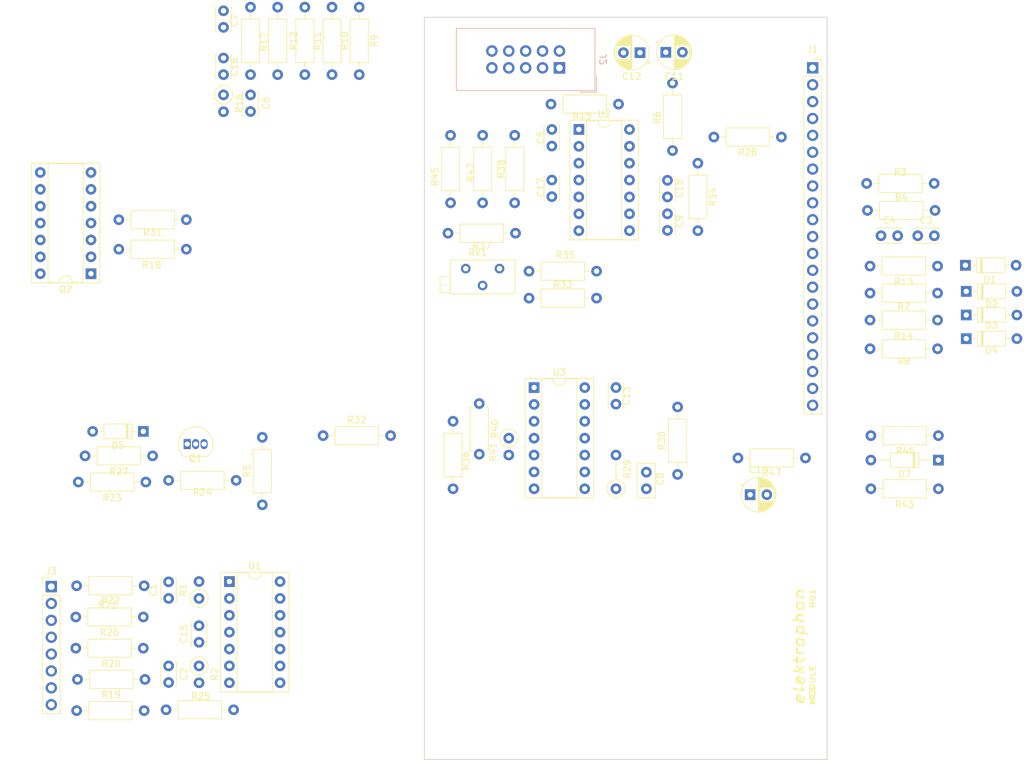
<source format=kicad_pcb>
(kicad_pcb (version 20171130) (host pcbnew "(5.1.4)-1")
  (title_block (title "Voltage Controlled Slope") (date 2019-12-01) (rev 01) (comment 1 "Original design by Ken Stone") (comment 2 "PCB for main circuit") (comment 4 "License CC BY 4.0 - Attribution 4.0 International"))
  (layers (0 F.Cu signal) (31 B.Cu signal hide) (34 B.Paste user) (35 F.Paste user) (36 B.SilkS user) (37 F.SilkS user) (38 B.Mask user) (39 F.Mask user) (44 Edge.Cuts user))
  (net 0 "")
  (net 1 /FALL_1)
  (net 2 /FALL)
  (net 3 /RISE_1)
  (net 4 /RISE)
  (net 5 /TRIGGER)
  (net 6 "Net-(C3-Pad1)")
  (net 7 /CYCLE_1)
  (net 8 "Net-(C4-Pad1)")
  (net 9 "Net-(C5-Pad2)")
  (net 10 "Net-(C5-Pad1)")
  (net 11 "Net-(C6-Pad2)")
  (net 12 "Net-(C6-Pad1)")
  (net 13 "Net-(C7-Pad2)")
  (net 14 "Net-(C7-Pad1)")
  (net 15 /NET_1)
  (net 16 "Net-(C8-Pad1)")
  (net 17 GND)
  (net 18 +15V)
  (net 19 -15V)
  (net 20 /AC_OUT)
  (net 21 /OUT)
  (net 22 "Net-(D1-Pad2)")
  (net 23 "Net-(D1-Pad1)")
  (net 24 /CYCLE_2)
  (net 25 "Net-(D3-Pad2)")
  (net 26 "Net-(D5-Pad1)")
  (net 27 "Net-(D7-Pad1)")
  (net 28 +5V)
  (net 29 /BIPOLAR_OUT)
  (net 30 /CV)
  (net 31 /RISE_RATE)
  (net 32 /RISE_2)
  (net 33 /FALL_RATE)
  (net 34 /FALL_2)
  (net 35 /IN)
  (net 36 "Net-(Q2-Pad2)")
  (net 37 TRIG)
  (net 38 "Net-(R15-Pad2)")
  (net 39 "Net-(R33-Pad2)")
  (net 40 "Net-(C8-Pad2)")
  (net 41 "Net-(C9-Pad1)")
  (net 42 "Net-(D5-Pad2)")
  (net 43 "Net-(Q1-Pad2)")
  (net 44 "Net-(Q2-Pad13)")
  (net 45 "Net-(Q2-Pad10)")
  (net 46 "Net-(Q2-Pad9)")
  (net 47 "Net-(R30-Pad2)")
  (net 48 "Net-(R33-Pad1)")
  (net 49 "Net-(R35-Pad1)")
  (net 50 "Net-(R37-Pad2)")
  (net 51 "Net-(R40-Pad2)")
  (net 52 "Net-(R40-Pad1)")
  (net 53 "Net-(R41-Pad2)")
  (net 54 "Net-(R45-Pad1)")
  (net 55 "Net-(U2-Pad13)")
  (net 56 "Net-(J1-Pad21)")
  (net 57 "Net-(J1-Pad20)")
  (net 58 "Net-(J1-Pad19)")
  (net 59 "Net-(J1-Pad18)")
  (net 60 "Net-(J1-Pad17)")
  (net 61 "Net-(J1-Pad16)")
  (net 62 "Net-(J1-Pad15)")
  (net 63 "Net-(J1-Pad14)")
  (net 64 "Net-(J1-Pad13)")
  (net 65 "Net-(U3-Pad5)")
  (module Connector_PinHeader_2.54mm:PinHeader_1x08_P2.54mm_Vertical (layer F.Cu) (at -30.734 111.125)
    (fp_text reference J3 (at 0 -2.33) (layer F.SilkS))
    (fp_text value Conn_01x08_Female)
    (pad 8 thru_hole oval (at 0 17.78) (size 1.7 1.7) (drill 1) (layers *.Cu *.Mask) (net 4 /RISE))
    (pad 7 thru_hole oval (at 0 15.24) (size 1.7 1.7) (drill 1) (layers *.Cu *.Mask) (net 33 /FALL_RATE))
    (pad 6 thru_hole oval (at 0 12.7) (size 1.7 1.7) (drill 1) (layers *.Cu *.Mask) (net 34 /FALL_2))
    (pad 5 thru_hole oval (at 0 10.16) (size 1.7 1.7) (drill 1) (layers *.Cu *.Mask) (net 2 /FALL))
    (pad 4 thru_hole oval (at 0 7.62) (size 1.7 1.7) (drill 1) (layers *.Cu *.Mask) (net 1 /FALL_1))
    (pad 3 thru_hole oval (at 0 5.08) (size 1.7 1.7) (drill 1) (layers *.Cu *.Mask) (net 3 /RISE_1))
    (pad 2 thru_hole oval (at 0 2.54) (size 1.7 1.7) (drill 1) (layers *.Cu *.Mask) (net 32 /RISE_2))
    (pad 1 thru_hole rect (at 0 0) (size 1.7 1.7) (drill 1) (layers *.Cu *.Mask) (net 31 /RISE_RATE))
  )
  (module Package_DIP:DIP-14_W7.62mm_Socket (layer F.Cu) (at 41.91 81.153)
    (fp_text reference U3 (at 3.81 -2.33) (layer F.SilkS))
    (fp_text value LM3900)
    (pad 14 thru_hole oval (at 7.62 0) (size 1.6 1.6) (drill 0.8) (layers *.Cu *.Mask) (net 18 +15V))
    (pad 7 thru_hole oval (at 0 15.24) (size 1.6 1.6) (drill 0.8) (layers *.Cu *.Mask) (net 18 +15V))
    (pad 13 thru_hole oval (at 7.62 2.54) (size 1.6 1.6) (drill 0.8) (layers *.Cu *.Mask) (net 23 "Net-(D1-Pad1)"))
    (pad 6 thru_hole oval (at 0 12.7) (size 1.6 1.6) (drill 0.8) (layers *.Cu *.Mask) (net 53 "Net-(R41-Pad2)"))
    (pad 12 thru_hole oval (at 7.62 5.08) (size 1.6 1.6) (drill 0.8) (layers *.Cu *.Mask) (net 48 "Net-(R33-Pad1)"))
    (pad 5 thru_hole oval (at 0 10.16) (size 1.6 1.6) (drill 0.8) (layers *.Cu *.Mask) (net 65 "Net-(U3-Pad5)"))
    (pad 11 thru_hole oval (at 7.62 7.62) (size 1.6 1.6) (drill 0.8) (layers *.Cu *.Mask) (net 47 "Net-(R30-Pad2)"))
    (pad 4 thru_hole oval (at 0 7.62) (size 1.6 1.6) (drill 0.8) (layers *.Cu *.Mask) (net 52 "Net-(R40-Pad1)"))
    (pad 10 thru_hole oval (at 7.62 10.16) (size 1.6 1.6) (drill 0.8) (layers *.Cu *.Mask) (net 40 "Net-(C8-Pad2)"))
    (pad 3 thru_hole oval (at 0 5.08) (size 1.6 1.6) (drill 0.8) (layers *.Cu *.Mask) (net 49 "Net-(R35-Pad1)"))
    (pad 9 thru_hole oval (at 7.62 12.7) (size 1.6 1.6) (drill 0.8) (layers *.Cu *.Mask) (net 37 TRIG))
    (pad 2 thru_hole oval (at 0 2.54) (size 1.6 1.6) (drill 0.8) (layers *.Cu *.Mask) (net 51 "Net-(R40-Pad2)"))
    (pad 8 thru_hole oval (at 7.62 15.24) (size 1.6 1.6) (drill 0.8) (layers *.Cu *.Mask) (net 16 "Net-(C8-Pad1)"))
    (pad 1 thru_hole rect (at 0 0) (size 1.6 1.6) (drill 0.8) (layers *.Cu *.Mask) (net 17 GND))
  )
  (module Package_DIP:DIP-14_W7.62mm_Socket (layer F.Cu) (at -24.765 64.008 180)
    (fp_text reference Q2 (at 3.81 -2.33) (layer F.SilkS))
    (fp_text value THAT340)
    (pad 14 thru_hole oval (at 7.62 0 180) (size 1.6 1.6) (drill 0.8) (layers *.Cu *.Mask) (net 41 "Net-(C9-Pad1)"))
    (pad 7 thru_hole oval (at 0 15.24 180) (size 1.6 1.6) (drill 0.8) (layers *.Cu *.Mask) (net 17 GND))
    (pad 13 thru_hole oval (at 7.62 2.54 180) (size 1.6 1.6) (drill 0.8) (layers *.Cu *.Mask) (net 44 "Net-(Q2-Pad13)"))
    (pad 6 thru_hole oval (at 0 12.7 180) (size 1.6 1.6) (drill 0.8) (layers *.Cu *.Mask) (net 44 "Net-(Q2-Pad13)"))
    (pad 12 thru_hole oval (at 7.62 5.08 180) (size 1.6 1.6) (drill 0.8) (layers *.Cu *.Mask) (net 45 "Net-(Q2-Pad10)"))
    (pad 5 thru_hole oval (at 0 10.16 180) (size 1.6 1.6) (drill 0.8) (layers *.Cu *.Mask) (net 45 "Net-(Q2-Pad10)"))
    (pad 11 thru_hole oval (at 7.62 7.62 180) (size 1.6 1.6) (drill 0.8) (layers *.Cu *.Mask) (net 17 GND))
    (pad 4 thru_hole oval (at 0 7.62 180) (size 1.6 1.6) (drill 0.8) (layers *.Cu *.Mask) (net 17 GND))
    (pad 10 thru_hole oval (at 7.62 10.16 180) (size 1.6 1.6) (drill 0.8) (layers *.Cu *.Mask) (net 45 "Net-(Q2-Pad10)"))
    (pad 3 thru_hole oval (at 0 5.08 180) (size 1.6 1.6) (drill 0.8) (layers *.Cu *.Mask) (net 45 "Net-(Q2-Pad10)"))
    (pad 9 thru_hole oval (at 7.62 12.7 180) (size 1.6 1.6) (drill 0.8) (layers *.Cu *.Mask) (net 46 "Net-(Q2-Pad9)"))
    (pad 2 thru_hole oval (at 0 2.54 180) (size 1.6 1.6) (drill 0.8) (layers *.Cu *.Mask) (net 36 "Net-(Q2-Pad2)"))
    (pad 8 thru_hole oval (at 7.62 15.24 180) (size 1.6 1.6) (drill 0.8) (layers *.Cu *.Mask) (net 41 "Net-(C9-Pad1)"))
    (pad 1 thru_hole rect (at 0 0 180) (size 1.6 1.6) (drill 0.8) (layers *.Cu *.Mask) (net 17 GND))
  )
  (module Potentiometer_THT:Potentiometer_Bourns_3296Z_Horizontal (layer F.Cu) (at 36.703 63.246)
    (fp_text reference RV1 (at -3.3 -2.4) (layer F.SilkS))
    (fp_text value 100k)
    (pad 3 thru_hole circle (at -5.08 0) (size 1.44 1.44) (drill 0.8) (layers *.Cu *.Mask) (net 21 /OUT))
    (pad 2 thru_hole circle (at -2.54 2.54) (size 1.44 1.44) (drill 0.8) (layers *.Cu *.Mask) (net 39 "Net-(R33-Pad2)"))
    (pad 1 thru_hole circle (at 0 0) (size 1.44 1.44) (drill 0.8) (layers *.Cu *.Mask) (net 17 GND))
  )
  (module Diode_THT:D_DO-35_SOD27_P10.16mm_Horizontal (layer F.Cu) (at 102.743 92.075 180)
    (fp_text reference D7 (at 5.08 -2.12) (layer F.SilkS))
    (fp_text value 5v5)
    (pad 2 thru_hole oval (at 10.16 0 180) (size 1.6 1.6) (drill 0.8) (layers *.Cu *.Mask) (net 17 GND))
    (pad 1 thru_hole rect (at 0 0 180) (size 1.6 1.6) (drill 0.8) (layers *.Cu *.Mask) (net 27 "Net-(D7-Pad1)"))
  )
  (module Connector_PinSocket_2.54mm:PinSocket_1x21_P2.54mm_Vertical (layer F.Cu) (at 83.82 33.02)
    (fp_text reference J1 (at 0 -2.77) (layer F.SilkS))
    (fp_text value Conn_01x21_Female hide)
    (pad 21 thru_hole oval (at 0 50.8) (size 1.7 1.7) (drill 1) (layers *.Cu *.Mask) (net 56 "Net-(J1-Pad21)"))
    (pad 20 thru_hole oval (at 0 48.26) (size 1.7 1.7) (drill 1) (layers *.Cu *.Mask) (net 57 "Net-(J1-Pad20)"))
    (pad 19 thru_hole oval (at 0 45.72) (size 1.7 1.7) (drill 1) (layers *.Cu *.Mask) (net 58 "Net-(J1-Pad19)"))
    (pad 18 thru_hole oval (at 0 43.18) (size 1.7 1.7) (drill 1) (layers *.Cu *.Mask) (net 59 "Net-(J1-Pad18)"))
    (pad 17 thru_hole oval (at 0 40.64) (size 1.7 1.7) (drill 1) (layers *.Cu *.Mask) (net 60 "Net-(J1-Pad17)"))
    (pad 16 thru_hole oval (at 0 38.1) (size 1.7 1.7) (drill 1) (layers *.Cu *.Mask) (net 61 "Net-(J1-Pad16)"))
    (pad 15 thru_hole oval (at 0 35.56) (size 1.7 1.7) (drill 1) (layers *.Cu *.Mask) (net 62 "Net-(J1-Pad15)"))
    (pad 14 thru_hole oval (at 0 33.02) (size 1.7 1.7) (drill 1) (layers *.Cu *.Mask) (net 63 "Net-(J1-Pad14)"))
    (pad 13 thru_hole oval (at 0 30.48) (size 1.7 1.7) (drill 1) (layers *.Cu *.Mask) (net 64 "Net-(J1-Pad13)"))
    (pad 12 thru_hole oval (at 0 27.94) (size 1.7 1.7) (drill 1) (layers *.Cu *.Mask) (net 5 /TRIGGER))
    (pad 11 thru_hole oval (at 0 25.4) (size 1.7 1.7) (drill 1) (layers *.Cu *.Mask) (net 7 /CYCLE_1))
    (pad 10 thru_hole oval (at 0 22.86) (size 1.7 1.7) (drill 1) (layers *.Cu *.Mask) (net 24 /CYCLE_2))
    (pad 9 thru_hole oval (at 0 20.32) (size 1.7 1.7) (drill 1) (layers *.Cu *.Mask) (net 20 /AC_OUT))
    (pad 8 thru_hole oval (at 0 17.78) (size 1.7 1.7) (drill 1) (layers *.Cu *.Mask) (net 21 /OUT))
    (pad 7 thru_hole oval (at 0 15.24) (size 1.7 1.7) (drill 1) (layers *.Cu *.Mask) (net 15 /NET_1))
    (pad 6 thru_hole oval (at 0 12.7) (size 1.7 1.7) (drill 1) (layers *.Cu *.Mask) (net 29 /BIPOLAR_OUT))
    (pad 5 thru_hole oval (at 0 10.16) (size 1.7 1.7) (drill 1) (layers *.Cu *.Mask) (net 30 /CV))
    (pad 4 thru_hole oval (at 0 7.62) (size 1.7 1.7) (drill 1) (layers *.Cu *.Mask) (net 35 /IN))
    (pad 3 thru_hole oval (at 0 5.08) (size 1.7 1.7) (drill 1) (layers *.Cu *.Mask) (net 19 -15V))
    (pad 2 thru_hole oval (at 0 2.54) (size 1.7 1.7) (drill 1) (layers *.Cu *.Mask) (net 18 +15V))
    (pad 1 thru_hole rect (at 0 0) (size 1.7 1.7) (drill 1) (layers *.Cu *.Mask) (net 17 GND))
  )
  (module "elektrophon:elektrophon logo" (layer F.Cu) (at 82.804 120.142 90)
    (fp_text reference REF** hide)
    (fp_text value "elektrophon logo" hide)
    (fp_text user MODULE (at -8.88 1 90) (layer F.SilkS) (effects (font (size 0.8 1)) (justify left)))
    (fp_text user R01 (at 8.8 1.02 90) (layer F.SilkS) (effects (font (size 0.8 1)) (justify right)))
    (fp_text user elektrophon (at 0 -1.016 90) (layer F.SilkS) (effects (font (size 1.5 2) (thickness 0.3) italic)))
    (fp_text user R01 (at 8.8 1.02 90) (layer F.SilkS) (effects (font (size 0.8 1)) (justify right)))
    (fp_text user MODULE (at -8.88 1 90) (layer F.SilkS) (effects (font (size 0.8 1)) (justify left)))
    (fp_text user elektrophon (at 0 -1.016 90) (layer F.SilkS) (effects (font (size 1.5 2) (thickness 0.3) italic)))
    (fp_text user VCS (at -8.88 1 90) (layer F.SilkS) (effects (font (size 0.8 1)) (justify left)))
  )
  (module Resistor_THT:R_Axial_DIN0207_L6.3mm_D2.5mm_P5.08mm_Vertical (layer F.Cu) (at 54.229 96.393 90)
    (fp_text reference R29 (at 2.9845 1.7145 90) (layer F.SilkS))
    (fp_text value 820k)
    (pad 2 thru_hole oval (at 5.08 0 90) (size 1.6 1.6) (drill 0.8) (layers *.Cu *.Mask) (net 40 "Net-(C8-Pad2)"))
    (pad 1 thru_hole circle (at 0 0 90) (size 1.6 1.6) (drill 0.8) (layers *.Cu *.Mask) (net 16 "Net-(C8-Pad1)"))
  )
  (module Resistor_THT:R_Axial_DIN0207_L6.3mm_D2.5mm_P7.62mm_Horizontal (layer F.Cu) (at 33.655 91.186 90)
    (fp_text reference R40 (at 3.81 2.3495 90) (layer F.SilkS))
    (fp_text value 1m)
    (pad 2 thru_hole oval (at 7.62 0 90) (size 1.6 1.6) (drill 0.8) (layers *.Cu *.Mask) (net 51 "Net-(R40-Pad2)"))
    (pad 1 thru_hole circle (at 0 0 90) (size 1.6 1.6) (drill 0.8) (layers *.Cu *.Mask) (net 52 "Net-(R40-Pad1)"))
  )
  (module Resistor_THT:R_Axial_DIN0207_L6.3mm_D2.5mm_P2.54mm_Vertical (layer F.Cu) (at 38.1 88.773 270)
    (fp_text reference R41 (at 2.0955 2.3495 90) (layer F.SilkS))
    (fp_text value 1m)
    (pad 2 thru_hole oval (at 2.54 0 270) (size 1.6 1.6) (drill 0.8) (layers *.Cu *.Mask) (net 53 "Net-(R41-Pad2)"))
    (pad 1 thru_hole circle (at 0 0 270) (size 1.6 1.6) (drill 0.8) (layers *.Cu *.Mask) (net 52 "Net-(R40-Pad1)"))
  )
  (module Resistor_THT:R_Axial_DIN0207_L6.3mm_D2.5mm_P2.54mm_Vertical (layer F.Cu) (at -4.826 37.084 270)
    (fp_text reference R16 (at 1.27 -2.37 90) (layer F.SilkS))
    (fp_text value 820k)
    (pad 2 thru_hole oval (at 2.54 0 270) (size 1.6 1.6) (drill 0.8) (layers *.Cu *.Mask) (net 11 "Net-(C6-Pad2)"))
    (pad 1 thru_hole circle (at 0 0 270) (size 1.6 1.6) (drill 0.8) (layers *.Cu *.Mask) (net 12 "Net-(C6-Pad1)"))
  )
  (module Resistor_THT:R_Axial_DIN0207_L6.3mm_D2.5mm_P2.54mm_Vertical (layer F.Cu) (at -8.509 123.063 270)
    (fp_text reference R2 (at 1.27 -2.37 90) (layer F.SilkS))
    (fp_text value 100k)
    (pad 2 thru_hole oval (at 2.54 0 270) (size 1.6 1.6) (drill 0.8) (layers *.Cu *.Mask) (net 3 /RISE_1))
    (pad 1 thru_hole circle (at 0 0 270) (size 1.6 1.6) (drill 0.8) (layers *.Cu *.Mask) (net 4 /RISE))
  )
  (module Resistor_THT:R_Axial_DIN0207_L6.3mm_D2.5mm_P2.54mm_Vertical (layer F.Cu) (at -8.509 112.903 90)
    (fp_text reference R1 (at 1.27 -2.37 90) (layer F.SilkS))
    (fp_text value 100k)
    (pad 2 thru_hole oval (at 2.54 0 90) (size 1.6 1.6) (drill 0.8) (layers *.Cu *.Mask) (net 1 /FALL_1))
    (pad 1 thru_hole circle (at 0 0 90) (size 1.6 1.6) (drill 0.8) (layers *.Cu *.Mask) (net 2 /FALL))
  )
  (module Package_DIP:DIP-14_W7.62mm_Socket (layer F.Cu) (at -3.937 110.363)
    (fp_text reference U1 (at 3.81 -2.33) (layer F.SilkS))
    (fp_text value TL074)
    (pad 14 thru_hole oval (at 7.62 0) (size 1.6 1.6) (drill 0.8) (layers *.Cu *.Mask) (net 13 "Net-(C7-Pad2)"))
    (pad 7 thru_hole oval (at 0 15.24) (size 1.6 1.6) (drill 0.8) (layers *.Cu *.Mask) (net 3 /RISE_1))
    (pad 13 thru_hole oval (at 7.62 2.54) (size 1.6 1.6) (drill 0.8) (layers *.Cu *.Mask) (net 14 "Net-(C7-Pad1)"))
    (pad 6 thru_hole oval (at 0 12.7) (size 1.6 1.6) (drill 0.8) (layers *.Cu *.Mask) (net 4 /RISE))
    (pad 12 thru_hole oval (at 7.62 5.08) (size 1.6 1.6) (drill 0.8) (layers *.Cu *.Mask) (net 32 /RISE_2))
    (pad 5 thru_hole oval (at 0 10.16) (size 1.6 1.6) (drill 0.8) (layers *.Cu *.Mask) (net 17 GND))
    (pad 11 thru_hole oval (at 7.62 7.62) (size 1.6 1.6) (drill 0.8) (layers *.Cu *.Mask) (net 19 -15V))
    (pad 4 thru_hole oval (at 0 7.62) (size 1.6 1.6) (drill 0.8) (layers *.Cu *.Mask) (net 18 +15V))
    (pad 10 thru_hole oval (at 7.62 10.16) (size 1.6 1.6) (drill 0.8) (layers *.Cu *.Mask) (net 34 /FALL_2))
    (pad 3 thru_hole oval (at 0 5.08) (size 1.6 1.6) (drill 0.8) (layers *.Cu *.Mask) (net 17 GND))
    (pad 9 thru_hole oval (at 7.62 12.7) (size 1.6 1.6) (drill 0.8) (layers *.Cu *.Mask) (net 12 "Net-(C6-Pad1)"))
    (pad 2 thru_hole oval (at 0 2.54) (size 1.6 1.6) (drill 0.8) (layers *.Cu *.Mask) (net 2 /FALL))
    (pad 8 thru_hole oval (at 7.62 15.24) (size 1.6 1.6) (drill 0.8) (layers *.Cu *.Mask) (net 11 "Net-(C6-Pad2)"))
    (pad 1 thru_hole rect (at 0 0) (size 1.6 1.6) (drill 0.8) (layers *.Cu *.Mask) (net 1 /FALL_1))
  )
  (module Package_DIP:DIP-14_W7.62mm_Socket (layer F.Cu) (at 48.641 42.291)
    (fp_text reference U2 (at 3.81 -2.33) (layer F.SilkS))
    (fp_text value TL074)
    (pad 14 thru_hole oval (at 7.62 0) (size 1.6 1.6) (drill 0.8) (layers *.Cu *.Mask) (net 55 "Net-(U2-Pad13)"))
    (pad 7 thru_hole oval (at 0 15.24) (size 1.6 1.6) (drill 0.8) (layers *.Cu *.Mask) (net 54 "Net-(R45-Pad1)"))
    (pad 13 thru_hole oval (at 7.62 2.54) (size 1.6 1.6) (drill 0.8) (layers *.Cu *.Mask) (net 55 "Net-(U2-Pad13)"))
    (pad 6 thru_hole oval (at 0 12.7) (size 1.6 1.6) (drill 0.8) (layers *.Cu *.Mask) (net 50 "Net-(R37-Pad2)"))
    (pad 12 thru_hole oval (at 7.62 5.08) (size 1.6 1.6) (drill 0.8) (layers *.Cu *.Mask) (net 17 GND))
    (pad 5 thru_hole oval (at 0 10.16) (size 1.6 1.6) (drill 0.8) (layers *.Cu *.Mask) (net 17 GND))
    (pad 11 thru_hole oval (at 7.62 7.62) (size 1.6 1.6) (drill 0.8) (layers *.Cu *.Mask) (net 19 -15V))
    (pad 4 thru_hole oval (at 0 7.62) (size 1.6 1.6) (drill 0.8) (layers *.Cu *.Mask) (net 18 +15V))
    (pad 10 thru_hole oval (at 7.62 10.16) (size 1.6 1.6) (drill 0.8) (layers *.Cu *.Mask) (net 17 GND))
    (pad 3 thru_hole oval (at 0 5.08) (size 1.6 1.6) (drill 0.8) (layers *.Cu *.Mask) (net 42 "Net-(D5-Pad2)"))
    (pad 9 thru_hole oval (at 7.62 12.7) (size 1.6 1.6) (drill 0.8) (layers *.Cu *.Mask) (net 41 "Net-(C9-Pad1)"))
    (pad 2 thru_hole oval (at 0 2.54) (size 1.6 1.6) (drill 0.8) (layers *.Cu *.Mask) (net 9 "Net-(C5-Pad2)"))
    (pad 8 thru_hole oval (at 7.62 15.24) (size 1.6 1.6) (drill 0.8) (layers *.Cu *.Mask) (net 15 /NET_1))
    (pad 1 thru_hole rect (at 0 0) (size 1.6 1.6) (drill 0.8) (layers *.Cu *.Mask) (net 38 "Net-(R15-Pad2)"))
  )
  (module Resistor_THT:R_Axial_DIN0207_L6.3mm_D2.5mm_P10.16mm_Horizontal (layer F.Cu) (at 66.548 57.531 90)
    (fp_text reference R34 (at 5.08 2.286 90) (layer F.SilkS))
    (fp_text value 100)
    (pad 2 thru_hole oval (at 10.16 0 90) (size 1.6 1.6) (drill 0.8) (layers *.Cu *.Mask) (net 21 /OUT))
    (pad 1 thru_hole circle (at 0 0 90) (size 1.6 1.6) (drill 0.8) (layers *.Cu *.Mask) (net 15 /NET_1))
  )
  (module Resistor_THT:R_Axial_DIN0207_L6.3mm_D2.5mm_P10.16mm_Horizontal (layer F.Cu) (at 10.16 88.392)
    (fp_text reference R32 (at 5.08 -2.37) (layer F.SilkS))
    (fp_text value 220k)
    (pad 2 thru_hole oval (at 10.16 0) (size 1.6 1.6) (drill 0.8) (layers *.Cu *.Mask) (net 15 /NET_1))
    (pad 1 thru_hole circle (at 0 0) (size 1.6 1.6) (drill 0.8) (layers *.Cu *.Mask) (net 42 "Net-(D5-Pad2)"))
  )
  (module Resistor_THT:R_Axial_DIN0207_L6.3mm_D2.5mm_P10.16mm_Horizontal (layer F.Cu) (at -20.574 55.88)
    (fp_text reference R31 (at 5.08 1.905) (layer F.SilkS))
    (fp_text value 1k8)
    (pad 2 thru_hole oval (at 10.16 0) (size 1.6 1.6) (drill 0.8) (layers *.Cu *.Mask) (net 17 GND))
    (pad 1 thru_hole circle (at 0 0) (size 1.6 1.6) (drill 0.8) (layers *.Cu *.Mask) (net 44 "Net-(Q2-Pad13)"))
  )
  (module Resistor_THT:R_Axial_DIN0207_L6.3mm_D2.5mm_P10.16mm_Horizontal (layer F.Cu) (at 79.121 43.434 180)
    (fp_text reference R28 (at 5.08 -2.286) (layer F.SilkS))
    (fp_text value 82k)
    (pad 2 thru_hole oval (at 10.16 0 180) (size 1.6 1.6) (drill 0.8) (layers *.Cu *.Mask) (net 44 "Net-(Q2-Pad13)"))
    (pad 1 thru_hole circle (at 0 0 180) (size 1.6 1.6) (drill 0.8) (layers *.Cu *.Mask) (net 30 /CV))
  )
  (module Resistor_THT:R_Axial_DIN0207_L6.3mm_D2.5mm_P10.16mm_Horizontal (layer F.Cu) (at -15.494 91.44 180)
    (fp_text reference R27 (at 5.08 -2.37) (layer F.SilkS))
    (fp_text value 220k)
    (pad 2 thru_hole oval (at 10.16 0 180) (size 1.6 1.6) (drill 0.8) (layers *.Cu *.Mask) (net 19 -15V))
    (pad 1 thru_hole circle (at 0 0 180) (size 1.6 1.6) (drill 0.8) (layers *.Cu *.Mask) (net 26 "Net-(D5-Pad1)"))
  )
  (module Resistor_THT:R_Axial_DIN0207_L6.3mm_D2.5mm_P10.16mm_Horizontal (layer F.Cu) (at -27.051 120.396)
    (fp_text reference R26 (at 5.08 -2.37) (layer F.SilkS))
    (fp_text value 2k2)
    (pad 2 thru_hole oval (at 10.16 0) (size 1.6 1.6) (drill 0.8) (layers *.Cu *.Mask) (net 17 GND))
    (pad 1 thru_hole circle (at 0 0) (size 1.6 1.6) (drill 0.8) (layers *.Cu *.Mask) (net 36 "Net-(Q2-Pad2)"))
  )
  (module Resistor_THT:R_Axial_DIN0207_L6.3mm_D2.5mm_P10.16mm_Horizontal (layer F.Cu) (at -13.462 129.667)
    (fp_text reference R25 (at 5.207 -2.032) (layer F.SilkS))
    (fp_text value 2k2)
    (pad 2 thru_hole oval (at 10.16 0) (size 1.6 1.6) (drill 0.8) (layers *.Cu *.Mask) (net 17 GND))
    (pad 1 thru_hole circle (at 0 0) (size 1.6 1.6) (drill 0.8) (layers *.Cu *.Mask) (net 46 "Net-(Q2-Pad9)"))
  )
  (module Resistor_THT:R_Axial_DIN0207_L6.3mm_D2.5mm_P10.16mm_Horizontal (layer F.Cu) (at -2.921 95.123 180)
    (fp_text reference R24 (at 5.08 -1.778) (layer F.SilkS))
    (fp_text value 68k)
    (pad 2 thru_hole oval (at 10.16 0 180) (size 1.6 1.6) (drill 0.8) (layers *.Cu *.Mask) (net 43 "Net-(Q1-Pad2)"))
    (pad 1 thru_hole circle (at 0 0 180) (size 1.6 1.6) (drill 0.8) (layers *.Cu *.Mask) (net 18 +15V))
  )
  (module Resistor_THT:R_Axial_DIN0207_L6.3mm_D2.5mm_P10.16mm_Horizontal (layer F.Cu) (at -16.51 95.377 180)
    (fp_text reference R23 (at 5.08 -2.37) (layer F.SilkS))
    (fp_text value 220k)
    (pad 2 thru_hole oval (at 10.16 0 180) (size 1.6 1.6) (drill 0.8) (layers *.Cu *.Mask) (net 43 "Net-(Q1-Pad2)"))
    (pad 1 thru_hole circle (at 0 0 180) (size 1.6 1.6) (drill 0.8) (layers *.Cu *.Mask) (net 37 TRIG))
  )
  (module Resistor_THT:R_Axial_DIN0207_L6.3mm_D2.5mm_P10.16mm_Horizontal (layer F.Cu) (at -26.924 110.998)
    (fp_text reference R22 (at 5.08 2.159) (layer F.SilkS))
    (fp_text value 82k)
    (pad 2 thru_hole oval (at 10.16 0) (size 1.6 1.6) (drill 0.8) (layers *.Cu *.Mask) (net 36 "Net-(Q2-Pad2)"))
    (pad 1 thru_hole circle (at 0 0) (size 1.6 1.6) (drill 0.8) (layers *.Cu *.Mask) (net 31 /RISE_RATE))
  )
  (module Resistor_THT:R_Axial_DIN0207_L6.3mm_D2.5mm_P10.16mm_Horizontal (layer F.Cu) (at -16.891 115.697 180)
    (fp_text reference R21 (at 5.334 1.778) (layer F.SilkS))
    (fp_text value 82k)
    (pad 2 thru_hole oval (at 10.16 0 180) (size 1.6 1.6) (drill 0.8) (layers *.Cu *.Mask) (net 36 "Net-(Q2-Pad2)"))
    (pad 1 thru_hole circle (at 0 0 180) (size 1.6 1.6) (drill 0.8) (layers *.Cu *.Mask) (net 13 "Net-(C7-Pad2)"))
  )
  (module Resistor_THT:R_Axial_DIN0207_L6.3mm_D2.5mm_P10.16mm_Horizontal (layer F.Cu) (at -26.797 125.095)
    (fp_text reference R20 (at 5.08 -2.37) (layer F.SilkS))
    (fp_text value 82k)
    (pad 2 thru_hole oval (at 10.16 0) (size 1.6 1.6) (drill 0.8) (layers *.Cu *.Mask) (net 46 "Net-(Q2-Pad9)"))
    (pad 1 thru_hole circle (at 0 0) (size 1.6 1.6) (drill 0.8) (layers *.Cu *.Mask) (net 33 /FALL_RATE))
  )
  (module Resistor_THT:R_Axial_DIN0207_L6.3mm_D2.5mm_P10.16mm_Horizontal (layer F.Cu) (at -16.764 129.794 180)
    (fp_text reference R19 (at 4.953 2.413) (layer F.SilkS))
    (fp_text value 82k)
    (pad 2 thru_hole oval (at 10.16 0 180) (size 1.6 1.6) (drill 0.8) (layers *.Cu *.Mask) (net 46 "Net-(Q2-Pad9)"))
    (pad 1 thru_hole circle (at 0 0 180) (size 1.6 1.6) (drill 0.8) (layers *.Cu *.Mask) (net 11 "Net-(C6-Pad2)"))
  )
  (module Resistor_THT:R_Axial_DIN0207_L6.3mm_D2.5mm_P10.16mm_Horizontal (layer F.Cu) (at -20.574 60.325)
    (fp_text reference R18 (at 4.953 2.413) (layer F.SilkS))
    (fp_text value 8k2)
    (pad 2 thru_hole oval (at 10.16 0) (size 1.6 1.6) (drill 0.8) (layers *.Cu *.Mask) (net 45 "Net-(Q2-Pad10)"))
    (pad 1 thru_hole circle (at 0 0) (size 1.6 1.6) (drill 0.8) (layers *.Cu *.Mask) (net 38 "Net-(R15-Pad2)"))
  )
  (module Resistor_THT:R_Axial_DIN0207_L6.3mm_D2.5mm_P10.16mm_Horizontal (layer F.Cu) (at -0.762 34.036 90)
    (fp_text reference R17 (at 4.953 2.032 90) (layer F.SilkS))
    (fp_text value 820k)
    (pad 2 thru_hole oval (at 10.16 0 90) (size 1.6 1.6) (drill 0.8) (layers *.Cu *.Mask) (net 13 "Net-(C7-Pad2)"))
    (pad 1 thru_hole circle (at 0 0 90) (size 1.6 1.6) (drill 0.8) (layers *.Cu *.Mask) (net 14 "Net-(C7-Pad1)"))
  )
  (module Resistor_THT:R_Axial_DIN0207_L6.3mm_D2.5mm_P10.16mm_Horizontal (layer F.Cu) (at 44.45 38.481)
    (fp_text reference R15 (at 4.699 1.778) (layer F.SilkS))
    (fp_text value 10M)
    (pad 2 thru_hole oval (at 10.16 0) (size 1.6 1.6) (drill 0.8) (layers *.Cu *.Mask) (net 38 "Net-(R15-Pad2)"))
    (pad 1 thru_hole circle (at 0 0) (size 1.6 1.6) (drill 0.8) (layers *.Cu *.Mask) (net 10 "Net-(C5-Pad1)"))
  )
  (module Resistor_THT:R_Axial_DIN0207_L6.3mm_D2.5mm_P10.16mm_Horizontal (layer F.Cu) (at 3.3274 34.036 90)
    (fp_text reference R12 (at 5.08 2.413 90) (layer F.SilkS))
    (fp_text value 470k)
    (pad 2 thru_hole oval (at 10.16 0 90) (size 1.6 1.6) (drill 0.8) (layers *.Cu *.Mask) (net 14 "Net-(C7-Pad1)"))
    (pad 1 thru_hole circle (at 0 0 90) (size 1.6 1.6) (drill 0.8) (layers *.Cu *.Mask) (net 3 /RISE_1))
  )
  (module Resistor_THT:R_Axial_DIN0207_L6.3mm_D2.5mm_P10.16mm_Horizontal (layer F.Cu) (at 7.4168 23.876 270)
    (fp_text reference R11 (at 5.08 -1.905 90) (layer F.SilkS))
    (fp_text value 1M)
    (pad 2 thru_hole oval (at 10.16 0 270) (size 1.6 1.6) (drill 0.8) (layers *.Cu *.Mask) (net 14 "Net-(C7-Pad1)"))
    (pad 1 thru_hole circle (at 0 0 270) (size 1.6 1.6) (drill 0.8) (layers *.Cu *.Mask) (net 17 GND))
  )
  (module Resistor_THT:R_Axial_DIN0207_L6.3mm_D2.5mm_P10.16mm_Horizontal (layer F.Cu) (at 11.5062 23.876 270)
    (fp_text reference R10 (at 5.08 -1.905 90) (layer F.SilkS))
    (fp_text value 470k)
    (pad 2 thru_hole oval (at 10.16 0 270) (size 1.6 1.6) (drill 0.8) (layers *.Cu *.Mask) (net 12 "Net-(C6-Pad1)"))
    (pad 1 thru_hole circle (at 0 0 270) (size 1.6 1.6) (drill 0.8) (layers *.Cu *.Mask) (net 1 /FALL_1))
  )
  (module Resistor_THT:R_Axial_DIN0207_L6.3mm_D2.5mm_P10.16mm_Horizontal (layer F.Cu) (at 15.5956 23.876 270)
    (fp_text reference R9 (at 5.08 -2.286 90) (layer F.SilkS))
    (fp_text value 1M)
    (pad 2 thru_hole oval (at 10.16 0 270) (size 1.6 1.6) (drill 0.8) (layers *.Cu *.Mask) (net 12 "Net-(C6-Pad1)"))
    (pad 1 thru_hole circle (at 0 0 270) (size 1.6 1.6) (drill 0.8) (layers *.Cu *.Mask) (net 17 GND))
  )
  (module Resistor_THT:R_Axial_DIN0207_L6.3mm_D2.5mm_P10.16mm_Horizontal (layer F.Cu) (at 62.738 35.306 270)
    (fp_text reference R6 (at 5.207 2.286 90) (layer F.SilkS))
    (fp_text value 100k)
    (pad 2 thru_hole oval (at 10.16 0 270) (size 1.6 1.6) (drill 0.8) (layers *.Cu *.Mask) (net 9 "Net-(C5-Pad2)"))
    (pad 1 thru_hole circle (at 0 0 270) (size 1.6 1.6) (drill 0.8) (layers *.Cu *.Mask) (net 35 /IN))
  )
  (module Resistor_THT:R_Axial_DIN0207_L6.3mm_D2.5mm_P10.16mm_Horizontal (layer F.Cu) (at 1.016 88.646 270)
    (fp_text reference R5 (at 5.08 2.286 90) (layer F.SilkS))
    (fp_text value 100k)
    (pad 2 thru_hole oval (at 10.16 0 270) (size 1.6 1.6) (drill 0.8) (layers *.Cu *.Mask) (net 35 /IN))
    (pad 1 thru_hole circle (at 0 0 270) (size 1.6 1.6) (drill 0.8) (layers *.Cu *.Mask) (net 17 GND))
  )
  (module Resistor_THT:R_Axial_DIN0207_L6.3mm_D2.5mm_P10.16mm_Horizontal (layer F.Cu) (at 72.5805 91.7575)
    (fp_text reference R47 (at 5.08 2.2225) (layer F.SilkS))
    (fp_text value 1M)
    (pad 2 thru_hole oval (at 10.16 0) (size 1.6 1.6) (drill 0.8) (layers *.Cu *.Mask) (net 17 GND))
    (pad 1 thru_hole circle (at 0 0) (size 1.6 1.6) (drill 0.8) (layers *.Cu *.Mask) (net 20 /AC_OUT))
  )
  (module Resistor_THT:R_Axial_DIN0207_L6.3mm_D2.5mm_P10.16mm_Horizontal (layer F.Cu) (at 92.583 88.392)
    (fp_text reference R46 (at 5.207 2.286) (layer F.SilkS))
    (fp_text value 1k)
    (pad 2 thru_hole oval (at 10.16 0) (size 1.6 1.6) (drill 0.8) (layers *.Cu *.Mask) (net 27 "Net-(D7-Pad1)"))
    (pad 1 thru_hole circle (at 0 0) (size 1.6 1.6) (drill 0.8) (layers *.Cu *.Mask) (net 24 /CYCLE_2))
  )
  (module Resistor_THT:R_Axial_DIN0207_L6.3mm_D2.5mm_P10.16mm_Horizontal (layer F.Cu) (at 29.337 53.34 90)
    (fp_text reference R45 (at 3.937 -2.37 90) (layer F.SilkS))
    (fp_text value 330)
    (pad 2 thru_hole oval (at 10.16 0 90) (size 1.6 1.6) (drill 0.8) (layers *.Cu *.Mask) (net 29 /BIPOLAR_OUT))
    (pad 1 thru_hole circle (at 0 0 90) (size 1.6 1.6) (drill 0.8) (layers *.Cu *.Mask) (net 54 "Net-(R45-Pad1)"))
  )
  (module Resistor_THT:R_Axial_DIN0207_L6.3mm_D2.5mm_P10.16mm_Horizontal (layer F.Cu) (at 102.743 96.393 180)
    (fp_text reference R43 (at 5.08 -2.37) (layer F.SilkS))
    (fp_text value 2k2)
    (pad 2 thru_hole oval (at 10.16 0 180) (size 1.6 1.6) (drill 0.8) (layers *.Cu *.Mask) (net 52 "Net-(R40-Pad1)"))
    (pad 1 thru_hole circle (at 0 0 180) (size 1.6 1.6) (drill 0.8) (layers *.Cu *.Mask) (net 27 "Net-(D7-Pad1)"))
  )
  (module Resistor_THT:R_Axial_DIN0207_L6.3mm_D2.5mm_P10.16mm_Horizontal (layer F.Cu) (at 34.163 53.34 90)
    (fp_text reference R42 (at 4.572 -1.778 90) (layer F.SilkS))
    (fp_text value 100k)
    (pad 2 thru_hole oval (at 10.16 0 90) (size 1.6 1.6) (drill 0.8) (layers *.Cu *.Mask) (net 29 /BIPOLAR_OUT))
    (pad 1 thru_hole circle (at 0 0 90) (size 1.6 1.6) (drill 0.8) (layers *.Cu *.Mask) (net 50 "Net-(R37-Pad2)"))
  )
  (module Resistor_THT:R_Axial_DIN0207_L6.3mm_D2.5mm_P10.16mm_Horizontal (layer F.Cu) (at 38.989 43.18 270)
    (fp_text reference R38 (at 5.08 2.032 90) (layer F.SilkS))
    (fp_text value 620k)
    (pad 2 thru_hole oval (at 10.16 0 270) (size 1.6 1.6) (drill 0.8) (layers *.Cu *.Mask) (net 50 "Net-(R37-Pad2)"))
    (pad 1 thru_hole circle (at 0 0 270) (size 1.6 1.6) (drill 0.8) (layers *.Cu *.Mask) (net 17 GND))
  )
  (module Resistor_THT:R_Axial_DIN0207_L6.3mm_D2.5mm_P10.16mm_Horizontal (layer F.Cu) (at 28.956 57.912)
    (fp_text reference R37 (at 5.08 1.905) (layer F.SilkS))
    (fp_text value 100k)
    (pad 2 thru_hole oval (at 10.16 0) (size 1.6 1.6) (drill 0.8) (layers *.Cu *.Mask) (net 50 "Net-(R37-Pad2)"))
    (pad 1 thru_hole circle (at 0 0) (size 1.6 1.6) (drill 0.8) (layers *.Cu *.Mask) (net 21 /OUT))
  )
  (module Resistor_THT:R_Axial_DIN0207_L6.3mm_D2.5mm_P10.16mm_Horizontal (layer F.Cu) (at 29.718 96.393 90)
    (fp_text reference R36 (at 4.191 1.905 90) (layer F.SilkS))
    (fp_text value 10m)
    (pad 2 thru_hole oval (at 10.16 0 90) (size 1.6 1.6) (drill 0.8) (layers *.Cu *.Mask) (net 49 "Net-(R35-Pad1)"))
    (pad 1 thru_hole circle (at 0 0 90) (size 1.6 1.6) (drill 0.8) (layers *.Cu *.Mask) (net 18 +15V))
  )
  (module Resistor_THT:R_Axial_DIN0207_L6.3mm_D2.5mm_P10.16mm_Horizontal (layer F.Cu) (at 51.308 63.627 180)
    (fp_text reference R35 (at 4.699 2.413) (layer F.SilkS))
    (fp_text value 330k)
    (pad 2 thru_hole oval (at 10.16 0 180) (size 1.6 1.6) (drill 0.8) (layers *.Cu *.Mask) (net 21 /OUT))
    (pad 1 thru_hole circle (at 0 0 180) (size 1.6 1.6) (drill 0.8) (layers *.Cu *.Mask) (net 49 "Net-(R35-Pad1)"))
  )
  (module Resistor_THT:R_Axial_DIN0207_L6.3mm_D2.5mm_P10.16mm_Horizontal (layer F.Cu) (at 41.148 67.691)
    (fp_text reference R33 (at 5.08 -2.032) (layer F.SilkS))
    (fp_text value 220k)
    (pad 2 thru_hole oval (at 10.16 0) (size 1.6 1.6) (drill 0.8) (layers *.Cu *.Mask) (net 39 "Net-(R33-Pad2)"))
    (pad 1 thru_hole circle (at 0 0) (size 1.6 1.6) (drill 0.8) (layers *.Cu *.Mask) (net 48 "Net-(R33-Pad1)"))
  )
  (module Resistor_THT:R_Axial_DIN0207_L6.3mm_D2.5mm_P10.16mm_Horizontal (layer F.Cu) (at 63.5 94.234 90)
    (fp_text reference R30 (at 5.08 -2.37 90) (layer F.SilkS))
    (fp_text value 820k)
    (pad 2 thru_hole oval (at 10.16 0 90) (size 1.6 1.6) (drill 0.8) (layers *.Cu *.Mask) (net 47 "Net-(R30-Pad2)"))
    (pad 1 thru_hole circle (at 0 0 90) (size 1.6 1.6) (drill 0.8) (layers *.Cu *.Mask) (net 37 TRIG))
  )
  (module Resistor_THT:R_Axial_DIN0207_L6.3mm_D2.5mm_P10.16mm_Horizontal (layer F.Cu) (at 92.456 70.993)
    (fp_text reference R14 (at 5.08 2.413) (layer F.SilkS))
    (fp_text value 33k)
    (pad 2 thru_hole oval (at 10.16 0) (size 1.6 1.6) (drill 0.8) (layers *.Cu *.Mask) (net 25 "Net-(D3-Pad2)"))
    (pad 1 thru_hole circle (at 0 0) (size 1.6 1.6) (drill 0.8) (layers *.Cu *.Mask) (net 8 "Net-(C4-Pad1)"))
  )
  (module Resistor_THT:R_Axial_DIN0207_L6.3mm_D2.5mm_P10.16mm_Horizontal (layer F.Cu) (at 102.616 62.865 180)
    (fp_text reference R13 (at 5.08 -2.37) (layer F.SilkS))
    (fp_text value 33k)
    (pad 2 thru_hole oval (at 10.16 0 180) (size 1.6 1.6) (drill 0.8) (layers *.Cu *.Mask) (net 22 "Net-(D1-Pad2)"))
    (pad 1 thru_hole circle (at 0 0 180) (size 1.6 1.6) (drill 0.8) (layers *.Cu *.Mask) (net 6 "Net-(C3-Pad1)"))
  )
  (module Resistor_THT:R_Axial_DIN0207_L6.3mm_D2.5mm_P10.16mm_Horizontal (layer F.Cu) (at 92.456 75.311)
    (fp_text reference R8 (at 5.08 1.905) (layer F.SilkS))
    (fp_text value 100k)
    (pad 2 thru_hole oval (at 10.16 0) (size 1.6 1.6) (drill 0.8) (layers *.Cu *.Mask) (net 8 "Net-(C4-Pad1)"))
    (pad 1 thru_hole circle (at 0 0) (size 1.6 1.6) (drill 0.8) (layers *.Cu *.Mask) (net 17 GND))
  )
  (module Resistor_THT:R_Axial_DIN0207_L6.3mm_D2.5mm_P10.16mm_Horizontal (layer F.Cu) (at 92.456 66.929)
    (fp_text reference R7 (at 5.08 2.032) (layer F.SilkS))
    (fp_text value 100k)
    (pad 2 thru_hole oval (at 10.16 0) (size 1.6 1.6) (drill 0.8) (layers *.Cu *.Mask) (net 6 "Net-(C3-Pad1)"))
    (pad 1 thru_hole circle (at 0 0) (size 1.6 1.6) (drill 0.8) (layers *.Cu *.Mask) (net 17 GND))
  )
  (module Resistor_THT:R_Axial_DIN0207_L6.3mm_D2.5mm_P10.16mm_Horizontal (layer F.Cu) (at 92.075 54.483)
    (fp_text reference R4 (at 5.08 -1.9685) (layer F.SilkS))
    (fp_text value 100k)
    (pad 2 thru_hole oval (at 10.16 0) (size 1.6 1.6) (drill 0.8) (layers *.Cu *.Mask) (net 7 /CYCLE_1))
    (pad 1 thru_hole circle (at 0 0) (size 1.6 1.6) (drill 0.8) (layers *.Cu *.Mask) (net 17 GND))
  )
  (module Resistor_THT:R_Axial_DIN0207_L6.3mm_D2.5mm_P10.16mm_Horizontal (layer F.Cu) (at 91.948 50.419)
    (fp_text reference R3 (at 5.08 -1.651) (layer F.SilkS))
    (fp_text value 100k hide)
    (pad 2 thru_hole oval (at 10.16 0) (size 1.6 1.6) (drill 0.8) (layers *.Cu *.Mask) (net 5 /TRIGGER))
    (pad 1 thru_hole circle (at 0 0) (size 1.6 1.6) (drill 0.8) (layers *.Cu *.Mask) (net 17 GND))
  )
  (module Package_TO_SOT_THT:TO-92_Inline (layer F.Cu) (at -10.287 89.662)
    (fp_text reference Q1 (at 1.27 2.159) (layer F.SilkS))
    (fp_text value 2N3906)
    (pad 1 thru_hole rect (at 0 0) (size 1.05 1.5) (drill 0.75) (layers *.Cu *.Mask) (net 18 +15V))
    (pad 3 thru_hole oval (at 2.54 0) (size 1.05 1.5) (drill 0.75) (layers *.Cu *.Mask) (net 26 "Net-(D5-Pad1)"))
    (pad 2 thru_hole oval (at 1.27 0) (size 1.05 1.5) (drill 0.75) (layers *.Cu *.Mask) (net 43 "Net-(Q1-Pad2)"))
  )
  (module Connector_IDC:IDC-Header_2x05_P2.54mm_Vertical (layer B.Cu) (at 45.72 33.02 90)
    (fp_text reference J2 (at 1.27 6.604 270) (layer B.SilkS) (effects (justify mirror)))
    (fp_text value "IDC Header")
    (pad 10 thru_hole oval (at 2.54 -10.16 90) (size 1.7272 1.7272) (drill 1.016) (layers *.Cu *.Mask) (net 28 +5V))
    (pad 9 thru_hole oval (at 0 -10.16 90) (size 1.7272 1.7272) (drill 1.016) (layers *.Cu *.Mask) (net 28 +5V))
    (pad 8 thru_hole oval (at 2.54 -7.62 90) (size 1.7272 1.7272) (drill 1.016) (layers *.Cu *.Mask) (net 17 GND))
    (pad 7 thru_hole oval (at 0 -7.62 90) (size 1.7272 1.7272) (drill 1.016) (layers *.Cu *.Mask) (net 17 GND))
    (pad 6 thru_hole oval (at 2.54 -5.08 90) (size 1.7272 1.7272) (drill 1.016) (layers *.Cu *.Mask) (net 17 GND))
    (pad 5 thru_hole oval (at 0 -5.08 90) (size 1.7272 1.7272) (drill 1.016) (layers *.Cu *.Mask) (net 17 GND))
    (pad 4 thru_hole oval (at 2.54 -2.54 90) (size 1.7272 1.7272) (drill 1.016) (layers *.Cu *.Mask) (net 18 +15V))
    (pad 3 thru_hole oval (at 0 -2.54 90) (size 1.7272 1.7272) (drill 1.016) (layers *.Cu *.Mask) (net 18 +15V))
    (pad 2 thru_hole oval (at 2.54 0 90) (size 1.7272 1.7272) (drill 1.016) (layers *.Cu *.Mask) (net 19 -15V))
    (pad 1 thru_hole rect (at 0 0 90) (size 1.7272 1.7272) (drill 1.016) (layers *.Cu *.Mask) (net 19 -15V))
  )
  (module MountingHole:MountingHole_2.2mm_M2 (layer F.Cu) (at 27.94 134.62)
    (fp_text reference H4 hide)
    (fp_text value MountingHole hide)
    (pad 1 np_thru_hole circle (at 0 0) (size 2.2 2.2) (drill 2.2) (layers *.Cu *.Mask))
  )
  (module MountingHole:MountingHole_2.2mm_M2 (layer F.Cu) (at 83.46 134.62)
    (fp_text reference H3 hide)
    (fp_text value MountingHole hide)
    (pad 1 np_thru_hole circle (at 0 0) (size 2.2 2.2) (drill 2.2) (layers *.Cu *.Mask))
  )
  (module MountingHole:MountingHole_2.2mm_M2 (layer F.Cu) (at 83.46 27.94)
    (fp_text reference H2 hide)
    (fp_text value MountingHole hide)
    (pad 1 np_thru_hole circle (at 0 0) (size 2.2 2.2) (drill 2.2) (layers *.Cu *.Mask))
  )
  (module MountingHole:MountingHole_2.2mm_M2 (layer F.Cu) (at 27.94 27.94)
    (fp_text reference H1 hide)
    (fp_text value MountingHole hide)
    (pad 1 np_thru_hole circle (at 0 0) (size 2.2 2.2) (drill 2.2) (layers *.Cu *.Mask))
  )
  (module Diode_THT:D_DO-35_SOD27_P7.62mm_Horizontal (layer F.Cu) (at -16.891 87.757 180)
    (fp_text reference D5 (at 3.81 -2.12) (layer F.SilkS))
    (fp_text value 1N4148)
    (pad 2 thru_hole oval (at 7.62 0 180) (size 1.6 1.6) (drill 0.8) (layers *.Cu *.Mask) (net 42 "Net-(D5-Pad2)"))
    (pad 1 thru_hole rect (at 0 0 180) (size 1.6 1.6) (drill 0.8) (layers *.Cu *.Mask) (net 26 "Net-(D5-Pad1)"))
  )
  (module Diode_THT:D_DO-35_SOD27_P7.62mm_Horizontal (layer F.Cu) (at 106.934 73.787)
    (fp_text reference D4 (at 3.81 1.778) (layer F.SilkS))
    (fp_text value 1N4148)
    (pad 2 thru_hole oval (at 7.62 0) (size 1.6 1.6) (drill 0.8) (layers *.Cu *.Mask) (net 25 "Net-(D3-Pad2)"))
    (pad 1 thru_hole rect (at 0 0) (size 1.6 1.6) (drill 0.8) (layers *.Cu *.Mask) (net 24 /CYCLE_2))
  )
  (module Diode_THT:D_DO-35_SOD27_P7.62mm_Horizontal (layer F.Cu) (at 106.934 70.231)
    (fp_text reference D3 (at 3.81 1.524) (layer F.SilkS))
    (fp_text value 1N4148)
    (pad 2 thru_hole oval (at 7.62 0) (size 1.6 1.6) (drill 0.8) (layers *.Cu *.Mask) (net 25 "Net-(D3-Pad2)"))
    (pad 1 thru_hole rect (at 0 0) (size 1.6 1.6) (drill 0.8) (layers *.Cu *.Mask) (net 23 "Net-(D1-Pad1)"))
  )
  (module Diode_THT:D_DO-35_SOD27_P7.62mm_Horizontal (layer F.Cu) (at 106.934 66.675)
    (fp_text reference D2 (at 3.81 1.905) (layer F.SilkS))
    (fp_text value 1N4148)
    (pad 2 thru_hole oval (at 7.62 0) (size 1.6 1.6) (drill 0.8) (layers *.Cu *.Mask) (net 22 "Net-(D1-Pad2)"))
    (pad 1 thru_hole rect (at 0 0) (size 1.6 1.6) (drill 0.8) (layers *.Cu *.Mask) (net 24 /CYCLE_2))
  )
  (module Diode_THT:D_DO-35_SOD27_P7.62mm_Horizontal (layer F.Cu) (at 106.807 62.738)
    (fp_text reference D1 (at 3.683 2.159) (layer F.SilkS))
    (fp_text value 1N4148)
    (pad 2 thru_hole oval (at 7.62 0) (size 1.6 1.6) (drill 0.8) (layers *.Cu *.Mask) (net 22 "Net-(D1-Pad2)"))
    (pad 1 thru_hole rect (at 0 0) (size 1.6 1.6) (drill 0.8) (layers *.Cu *.Mask) (net 23 "Net-(D1-Pad1)"))
  )
  (module Capacitor_THT:C_Disc_D3.4mm_W2.1mm_P2.50mm (layer F.Cu) (at 61.976 52.451 90)
    (fp_text reference C18 (at 1.25 1.778 90) (layer F.SilkS))
    (fp_text value 0.1u)
    (pad 2 thru_hole circle (at 2.5 0 90) (size 1.6 1.6) (drill 0.8) (layers *.Cu *.Mask) (net 19 -15V))
    (pad 1 thru_hole circle (at 0 0 90) (size 1.6 1.6) (drill 0.8) (layers *.Cu *.Mask) (net 18 +15V))
  )
  (module Capacitor_THT:C_Disc_D3.4mm_W2.1mm_P2.50mm (layer F.Cu) (at 44.577 49.911 270)
    (fp_text reference C17 (at 1.143 1.651 90) (layer F.SilkS))
    (fp_text value 0.1u)
    (pad 2 thru_hole circle (at 2.5 0 270) (size 1.6 1.6) (drill 0.8) (layers *.Cu *.Mask) (net 18 +15V))
    (pad 1 thru_hole circle (at 0 0 270) (size 1.6 1.6) (drill 0.8) (layers *.Cu *.Mask) (net 18 +15V))
  )
  (module Capacitor_THT:C_Disc_D3.4mm_W2.1mm_P2.50mm (layer F.Cu) (at -4.826 34.036 90)
    (fp_text reference C16 (at 1.143 1.651 90) (layer F.SilkS))
    (fp_text value 0.1u)
    (pad 2 thru_hole circle (at 2.5 0 90) (size 1.6 1.6) (drill 0.8) (layers *.Cu *.Mask) (net 19 -15V))
    (pad 1 thru_hole circle (at 0 0 90) (size 1.6 1.6) (drill 0.8) (layers *.Cu *.Mask) (net 18 +15V))
  )
  (module Capacitor_THT:C_Disc_D3.4mm_W2.1mm_P2.50mm (layer F.Cu) (at -8.509 119.507 90)
    (fp_text reference C15 (at 1.25 -2.3 90) (layer F.SilkS))
    (fp_text value 0.1u)
    (pad 2 thru_hole circle (at 2.5 0 90) (size 1.6 1.6) (drill 0.8) (layers *.Cu *.Mask) (net 18 +15V))
    (pad 1 thru_hole circle (at 0 0 90) (size 1.6 1.6) (drill 0.8) (layers *.Cu *.Mask) (net 18 +15V))
  )
  (module Capacitor_THT:CP_Radial_D5.0mm_P2.50mm (layer F.Cu) (at 74.422 97.282)
    (fp_text reference C10 (at 1.25 -3.75) (layer F.SilkS))
    (fp_text value 47u)
    (pad 2 thru_hole circle (at 2.5 0) (size 1.6 1.6) (drill 0.8) (layers *.Cu *.Mask) (net 20 /AC_OUT))
    (pad 1 thru_hole rect (at 0 0) (size 1.6 1.6) (drill 0.8) (layers *.Cu *.Mask) (net 21 /OUT))
  )
  (module Capacitor_THT:C_Disc_D5.0mm_W2.5mm_P2.50mm (layer F.Cu) (at 58.801 96.393 90)
    (fp_text reference C8 (at 1.4605 2.0955 90) (layer F.SilkS))
    (fp_text value 47p)
    (pad 2 thru_hole circle (at 2.5 0 90) (size 1.6 1.6) (drill 0.8) (layers *.Cu *.Mask) (net 40 "Net-(C8-Pad2)"))
    (pad 1 thru_hole circle (at 0 0 90) (size 1.6 1.6) (drill 0.8) (layers *.Cu *.Mask) (net 16 "Net-(C8-Pad1)"))
  )
  (module Capacitor_THT:C_Disc_D3.4mm_W2.1mm_P2.50mm (layer F.Cu) (at 54.229 81.153 270)
    (fp_text reference C13 (at 1.25 -1.5875 90) (layer F.SilkS))
    (fp_text value 0.1u)
    (pad 2 thru_hole circle (at 2.5 0 270) (size 1.6 1.6) (drill 0.8) (layers *.Cu *.Mask) (net 18 +15V))
    (pad 1 thru_hole circle (at 0 0 270) (size 1.6 1.6) (drill 0.8) (layers *.Cu *.Mask) (net 18 +15V))
  )
  (module Capacitor_THT:CP_Radial_D5.0mm_P2.50mm (layer F.Cu) (at 57.8485 30.734 180)
    (fp_text reference C12 (at 1.25 -3.556) (layer F.SilkS))
    (fp_text value 10u)
    (pad 2 thru_hole circle (at 2.5 0 180) (size 1.6 1.6) (drill 0.8) (layers *.Cu *.Mask) (net 19 -15V))
    (pad 1 thru_hole rect (at 0 0 180) (size 1.6 1.6) (drill 0.8) (layers *.Cu *.Mask) (net 17 GND))
  )
  (module Capacitor_THT:CP_Radial_D5.0mm_P2.50mm (layer F.Cu) (at 61.722 30.6705)
    (fp_text reference C11 (at 1.27 3.6195) (layer F.SilkS))
    (fp_text value 10u)
    (pad 2 thru_hole circle (at 2.5 0) (size 1.6 1.6) (drill 0.8) (layers *.Cu *.Mask) (net 17 GND))
    (pad 1 thru_hole rect (at 0 0) (size 1.6 1.6) (drill 0.8) (layers *.Cu *.Mask) (net 18 +15V))
  )
  (module Capacitor_THT:C_Disc_D3.4mm_W2.1mm_P2.50mm (layer F.Cu) (at 61.976 54.991 270)
    (fp_text reference C9 (at 1.143 -1.778 90) (layer F.SilkS))
    (fp_text value 22n)
    (pad 2 thru_hole circle (at 2.5 0 270) (size 1.6 1.6) (drill 0.8) (layers *.Cu *.Mask) (net 15 /NET_1))
    (pad 1 thru_hole circle (at 0 0 270) (size 1.6 1.6) (drill 0.8) (layers *.Cu *.Mask) (net 41 "Net-(C9-Pad1)"))
  )
  (module Capacitor_THT:C_Disc_D3.4mm_W2.1mm_P2.50mm (layer F.Cu) (at -4.826 26.924 90)
    (fp_text reference C7 (at 1.016 1.651 90) (layer F.SilkS))
    (fp_text value 47p)
    (pad 2 thru_hole circle (at 2.5 0 90) (size 1.6 1.6) (drill 0.8) (layers *.Cu *.Mask) (net 13 "Net-(C7-Pad2)"))
    (pad 1 thru_hole circle (at 0 0 90) (size 1.6 1.6) (drill 0.8) (layers *.Cu *.Mask) (net 14 "Net-(C7-Pad1)"))
  )
  (module Capacitor_THT:C_Disc_D3.4mm_W2.1mm_P2.50mm (layer F.Cu) (at -0.762 37.084 270)
    (fp_text reference C6 (at 1.25 -2.3 90) (layer F.SilkS))
    (fp_text value 47p)
    (pad 2 thru_hole circle (at 2.5 0 270) (size 1.6 1.6) (drill 0.8) (layers *.Cu *.Mask) (net 11 "Net-(C6-Pad2)"))
    (pad 1 thru_hole circle (at 0 0 270) (size 1.6 1.6) (drill 0.8) (layers *.Cu *.Mask) (net 12 "Net-(C6-Pad1)"))
  )
  (module Capacitor_THT:C_Disc_D3.4mm_W2.1mm_P2.50mm (layer F.Cu) (at 44.577 42.291 270)
    (fp_text reference C5 (at 1.25 1.651 90) (layer F.SilkS))
    (fp_text value 47p)
    (pad 2 thru_hole circle (at 2.5 0 270) (size 1.6 1.6) (drill 0.8) (layers *.Cu *.Mask) (net 9 "Net-(C5-Pad2)"))
    (pad 1 thru_hole circle (at 0 0 270) (size 1.6 1.6) (drill 0.8) (layers *.Cu *.Mask) (net 10 "Net-(C5-Pad1)"))
  )
  (module Capacitor_THT:C_Disc_D3.4mm_W2.1mm_P2.50mm (layer F.Cu) (at 94.107 58.293)
    (fp_text reference C4 (at 1.25 -2.3) (layer F.SilkS))
    (fp_text value 1n)
    (pad 2 thru_hole circle (at 2.5 0) (size 1.6 1.6) (drill 0.8) (layers *.Cu *.Mask) (net 7 /CYCLE_1))
    (pad 1 thru_hole circle (at 0 0) (size 1.6 1.6) (drill 0.8) (layers *.Cu *.Mask) (net 8 "Net-(C4-Pad1)"))
  )
  (module Capacitor_THT:C_Disc_D3.4mm_W2.1mm_P2.50mm (layer F.Cu) (at 99.6315 58.293)
    (fp_text reference C3 (at 1.25 -2.3) (layer F.SilkS))
    (fp_text value 1n)
    (pad 2 thru_hole circle (at 2.5 0) (size 1.6 1.6) (drill 0.8) (layers *.Cu *.Mask) (net 5 /TRIGGER))
    (pad 1 thru_hole circle (at 0 0) (size 1.6 1.6) (drill 0.8) (layers *.Cu *.Mask) (net 6 "Net-(C3-Pad1)"))
  )
  (module Capacitor_THT:C_Disc_D3.4mm_W2.1mm_P2.50mm (layer F.Cu) (at -13.081 123.063 270)
    (fp_text reference C2 (at 1.25 -2.3 90) (layer F.SilkS))
    (fp_text value 47p)
    (pad 2 thru_hole circle (at 2.5 0 270) (size 1.6 1.6) (drill 0.8) (layers *.Cu *.Mask) (net 3 /RISE_1))
    (pad 1 thru_hole circle (at 0 0 270) (size 1.6 1.6) (drill 0.8) (layers *.Cu *.Mask) (net 4 /RISE))
  )
  (module Capacitor_THT:C_Disc_D3.4mm_W2.1mm_P2.50mm (layer F.Cu) (at -13.081 112.903 90)
    (fp_text reference C1 (at 1.25 -2.3 90) (layer F.SilkS))
    (fp_text value 47p)
    (pad 2 thru_hole circle (at 2.5 0 90) (size 1.6 1.6) (drill 0.8) (layers *.Cu *.Mask) (net 1 /FALL_1))
    (pad 1 thru_hole circle (at 0 0 90) (size 1.6 1.6) (drill 0.8) (layers *.Cu *.Mask) (net 2 /FALL))
  )
  (gr_line (start 25.4 137.16) (end 25.4 25.4) (layer Edge.Cuts) (width 0.12))
  (gr_line (start 86 137.16) (end 25.4 137.16) (layer Edge.Cuts) (width 0.12))
  (gr_line (start 86 25.4) (end 86 137.16) (layer Edge.Cuts) (width 0.12))
  (gr_line (start 25.4 25.4) (end 86 25.4) (layer Edge.Cuts) (width 0.12))
)
</source>
